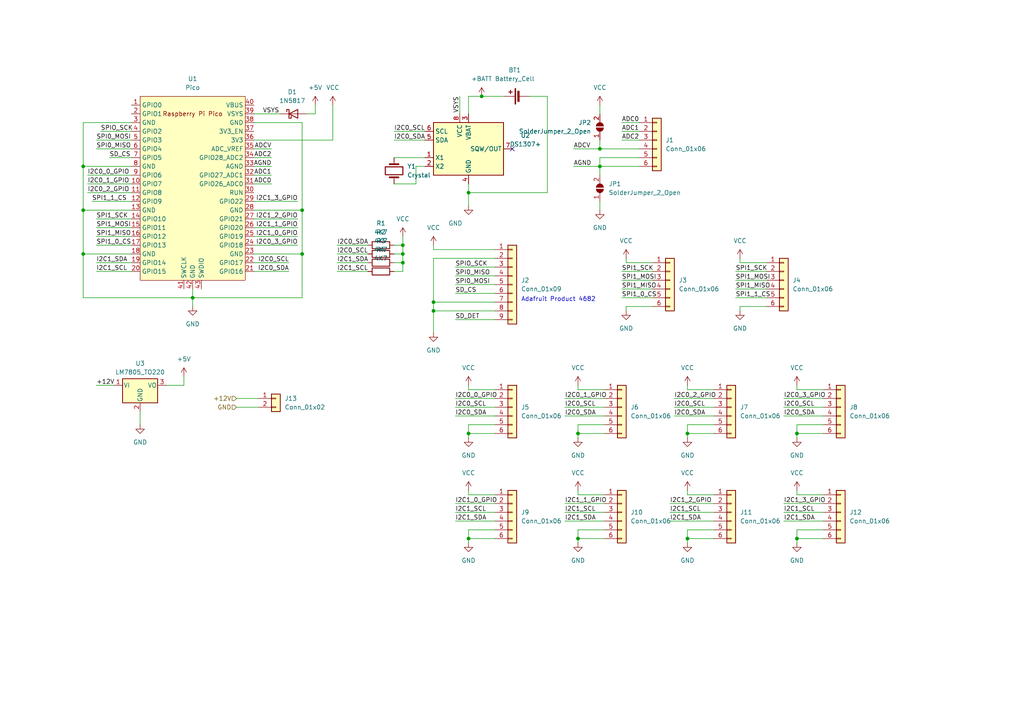
<source format=kicad_sch>
(kicad_sch (version 20230121) (generator eeschema)
  (paper "A4")
  (lib_symbols
    (symbol "Connector_Generic:Conn_01x02" (pin_names (offset 1.016) hide)
      (property "Reference" "J" (at 0 2.54 0))
      (property "Value" "Conn_01x02" (at 0 -5.08 0))
      (symbol "Conn_01x02_1_1"
        (rectangle (start -1.27 -2.413) (end 0 -2.667) (stroke (width 0.1524)))
        (rectangle (start -1.27 0.127) (end 0 -0.127) (stroke (width 0.1524)))
        (rectangle (start -1.27 1.27) (end 1.27 -3.81) (stroke (width 0.254)) (fill (type background)))
        (pin passive line (at -5.08 0 0) (length 3.81) (name "Pin_1") (number "1"))
        (pin passive line (at -5.08 -2.54 0) (length 3.81) (name "Pin_2") (number "2"))
      )
    )
    (symbol "Connector_Generic:Conn_01x06" (pin_names (offset 1.016) hide)
      (property "Reference" "J" (at 0 7.62 0))
      (property "Value" "Conn_01x06" (at 0 -10.16 0))
      (symbol "Conn_01x06_1_1"
        (rectangle (start -1.27 -7.493) (end 0 -7.747) (stroke (width 0.1524)))
        (rectangle (start -1.27 -4.953) (end 0 -5.207) (stroke (width 0.1524)))
        (rectangle (start -1.27 -2.413) (end 0 -2.667) (stroke (width 0.1524)))
        (rectangle (start -1.27 0.127) (end 0 -0.127) (stroke (width 0.1524)))
        (rectangle (start -1.27 2.667) (end 0 2.413) (stroke (width 0.1524)))
        (rectangle (start -1.27 5.207) (end 0 4.953) (stroke (width 0.1524)))
        (rectangle (start -1.27 6.35) (end 1.27 -8.89) (stroke (width 0.254)) (fill (type background)))
        (pin passive line (at -5.08 5.08 0) (length 3.81) (name "Pin_1") (number "1"))
        (pin passive line (at -5.08 2.54 0) (length 3.81) (name "Pin_2") (number "2"))
        (pin passive line (at -5.08 0 0) (length 3.81) (name "Pin_3") (number "3"))
        (pin passive line (at -5.08 -2.54 0) (length 3.81) (name "Pin_4") (number "4"))
        (pin passive line (at -5.08 -5.08 0) (length 3.81) (name "Pin_5") (number "5"))
        (pin passive line (at -5.08 -7.62 0) (length 3.81) (name "Pin_6") (number "6"))
      )
    )
    (symbol "Connector_Generic:Conn_01x09" (pin_names (offset 1.016) hide)
      (property "Reference" "J" (at 0 12.7 0))
      (property "Value" "Conn_01x09" (at 0 -12.7 0))
      (symbol "Conn_01x09_1_1"
        (rectangle (start -1.27 -10.033) (end 0 -10.287) (stroke (width 0.1524)))
        (rectangle (start -1.27 -7.493) (end 0 -7.747) (stroke (width 0.1524)))
        (rectangle (start -1.27 -4.953) (end 0 -5.207) (stroke (width 0.1524)))
        (rectangle (start -1.27 -2.413) (end 0 -2.667) (stroke (width 0.1524)))
        (rectangle (start -1.27 0.127) (end 0 -0.127) (stroke (width 0.1524)))
        (rectangle (start -1.27 2.667) (end 0 2.413) (stroke (width 0.1524)))
        (rectangle (start -1.27 5.207) (end 0 4.953) (stroke (width 0.1524)))
        (rectangle (start -1.27 7.747) (end 0 7.493) (stroke (width 0.1524)))
        (rectangle (start -1.27 10.287) (end 0 10.033) (stroke (width 0.1524)))
        (rectangle (start -1.27 11.43) (end 1.27 -11.43) (stroke (width 0.254)) (fill (type background)))
        (pin passive line (at -5.08 10.16 0) (length 3.81) (name "Pin_1") (number "1"))
        (pin passive line (at -5.08 7.62 0) (length 3.81) (name "Pin_2") (number "2"))
        (pin passive line (at -5.08 5.08 0) (length 3.81) (name "Pin_3") (number "3"))
        (pin passive line (at -5.08 2.54 0) (length 3.81) (name "Pin_4") (number "4"))
        (pin passive line (at -5.08 0 0) (length 3.81) (name "Pin_5") (number "5"))
        (pin passive line (at -5.08 -2.54 0) (length 3.81) (name "Pin_6") (number "6"))
        (pin passive line (at -5.08 -5.08 0) (length 3.81) (name "Pin_7") (number "7"))
        (pin passive line (at -5.08 -7.62 0) (length 3.81) (name "Pin_8") (number "8"))
        (pin passive line (at -5.08 -10.16 0) (length 3.81) (name "Pin_9") (number "9"))
      )
    )
    (symbol "Device:Battery_Cell" (pin_numbers hide) (pin_names (offset 0) hide)
      (property "Reference" "BT" (at 2.54 2.54 0))
      (property "Value" "Battery_Cell" (at 2.54 0 0))
      (symbol "Battery_Cell_0_1"
        (rectangle (start -2.286 1.778) (end 2.286 1.524) (fill (type outline)))
        (rectangle (start -1.524 1.016) (end 1.524 0.508) (fill (type outline)))
        (polyline (pts (xy 0 0.762) (xy 0 0)))
        (polyline (pts (xy 0 1.778) (xy 0 2.54)))
        (polyline (pts (xy 0.762 3.048) (xy 1.778 3.048)) (stroke (width 0.254)))
        (polyline (pts (xy 1.27 3.556) (xy 1.27 2.54)) (stroke (width 0.254)))
      )
      (symbol "Battery_Cell_1_1"
        (pin passive line (at 0 5.08 270) (length 2.54) (name "+") (number "1"))
        (pin passive line (at 0 -2.54 90) (length 2.54) (name "-") (number "2"))
      )
    )
    (symbol "Device:Crystal" (pin_numbers hide) (pin_names (offset 1.016) hide)
      (property "Reference" "Y" (at 0 3.81 0))
      (property "Value" "Crystal" (at 0 -3.81 0))
      (symbol "Crystal_0_1"
        (rectangle (start -1.143 2.54) (end 1.143 -2.54) (stroke (width 0.3048)))
        (polyline (pts (xy -2.54 0) (xy -1.905 0)))
        (polyline (pts (xy -1.905 -1.27) (xy -1.905 1.27)) (stroke (width 0.508)))
        (polyline (pts (xy 1.905 -1.27) (xy 1.905 1.27)) (stroke (width 0.508)))
        (polyline (pts (xy 2.54 0) (xy 1.905 0)))
      )
      (symbol "Crystal_1_1"
        (pin passive line (at -3.81 0 0) (length 1.27) (name "1") (number "1"))
        (pin passive line (at 3.81 0 180) (length 1.27) (name "2") (number "2"))
      )
    )
    (symbol "Device:D_Schottky" (pin_numbers hide) (pin_names (offset 1.016) hide)
      (property "Reference" "D" (at 0 2.54 0))
      (property "Value" "D_Schottky" (at 0 -2.54 0))
      (symbol "D_Schottky_0_1"
        (polyline (pts (xy 1.27 0) (xy -1.27 0)))
        (polyline (pts (xy 1.27 1.27) (xy 1.27 -1.27) (xy -1.27 0) (xy 1.27 1.27)) (stroke (width 0.254)))
        (polyline (pts (xy -1.905 0.635) (xy -1.905 1.27) (xy -1.27 1.27) (xy -1.27 -1.27) (xy -0.635 -1.27) (xy -0.635 -0.635)) (stroke (width 0.254)))
      )
      (symbol "D_Schottky_1_1"
        (pin passive line (at -3.81 0 0) (length 2.54) (name "K") (number "1"))
        (pin passive line (at 3.81 0 180) (length 2.54) (name "A") (number "2"))
      )
    )
    (symbol "Device:R" (pin_numbers hide) (pin_names (offset 0))
      (property "Reference" "R" (at 2.032 0 90))
      (property "Value" "R" (at 0 0 90))
      (symbol "R_0_1"
        (rectangle (start -1.016 -2.54) (end 1.016 2.54) (stroke (width 0.254)))
      )
      (symbol "R_1_1"
        (pin passive line (at 0 3.81 270) (length 1.27) (name "~") (number "1"))
        (pin passive line (at 0 -3.81 90) (length 1.27) (name "~") (number "2"))
      )
    )
    (symbol "Jumper:SolderJumper_2_Open" (pin_names (offset 0) hide)
      (property "Reference" "JP" (at 0 2.032 0))
      (property "Value" "SolderJumper_2_Open" (at 0 -2.54 0))
      (symbol "SolderJumper_2_Open_0_1"
        (arc (start -0.254 1.016) (mid -1.2656 0) (end -0.254 -1.016))
        (arc (start -0.254 1.016) (mid -1.2656 0) (end -0.254 -1.016) (fill (type outline)))
        (polyline (pts (xy -0.254 1.016) (xy -0.254 -1.016)))
        (polyline (pts (xy 0.254 1.016) (xy 0.254 -1.016)))
        (arc (start 0.254 -1.016) (mid 1.2656 0) (end 0.254 1.016))
        (arc (start 0.254 -1.016) (mid 1.2656 0) (end 0.254 1.016) (fill (type outline)))
      )
      (symbol "SolderJumper_2_Open_1_1"
        (pin passive line (at -3.81 0 0) (length 2.54) (name "A") (number "1"))
        (pin passive line (at 3.81 0 180) (length 2.54) (name "B") (number "2"))
      )
    )
    (symbol "MCU_RaspberryPi_and_Boards:Pico"
      (property "Reference" "U" (at -13.97 27.94 0))
      (property "Value" "Pico" (at 0 19.05 0))
      (symbol "Pico_0_0"
        (text "Raspberry Pi Pico" (at 0 21.59 0) (effects (font (size 1.27 1.27))))
      )
      (symbol "Pico_0_1"
        (rectangle (start -15.24 26.67) (end 15.24 -26.67) (fill (type background)))
      )
      (symbol "Pico_1_1"
        (pin bidirectional line (at -17.78 24.13 0) (length 2.54) (name "GPIO0") (number "1"))
        (pin bidirectional line (at -17.78 1.27 0) (length 2.54) (name "GPIO7") (number "10"))
        (pin bidirectional line (at -17.78 -1.27 0) (length 2.54) (name "GPIO8") (number "11"))
        (pin bidirectional line (at -17.78 -3.81 0) (length 2.54) (name "GPIO9") (number "12"))
        (pin power_in line (at -17.78 -6.35 0) (length 2.54) (name "GND") (number "13"))
        (pin bidirectional line (at -17.78 -8.89 0) (length 2.54) (name "GPIO10") (number "14"))
        (pin bidirectional line (at -17.78 -11.43 0) (length 2.54) (name "GPIO11") (number "15"))
        (pin bidirectional line (at -17.78 -13.97 0) (length 2.54) (name "GPIO12") (number "16"))
        (pin bidirectional line (at -17.78 -16.51 0) (length 2.54) (name "GPIO13") (number "17"))
        (pin power_in line (at -17.78 -19.05 0) (length 2.54) (name "GND") (number "18"))
        (pin bidirectional line (at -17.78 -21.59 0) (length 2.54) (name "GPIO14") (number "19"))
        (pin bidirectional line (at -17.78 21.59 0) (length 2.54) (name "GPIO1") (number "2"))
        (pin bidirectional line (at -17.78 -24.13 0) (length 2.54) (name "GPIO15") (number "20"))
        (pin bidirectional line (at 17.78 -24.13 180) (length 2.54) (name "GPIO16") (number "21"))
        (pin bidirectional line (at 17.78 -21.59 180) (length 2.54) (name "GPIO17") (number "22"))
        (pin power_in line (at 17.78 -19.05 180) (length 2.54) (name "GND") (number "23"))
        (pin bidirectional line (at 17.78 -16.51 180) (length 2.54) (name "GPIO18") (number "24"))
        (pin bidirectional line (at 17.78 -13.97 180) (length 2.54) (name "GPIO19") (number "25"))
        (pin bidirectional line (at 17.78 -11.43 180) (length 2.54) (name "GPIO20") (number "26"))
        (pin bidirectional line (at 17.78 -8.89 180) (length 2.54) (name "GPIO21") (number "27"))
        (pin power_in line (at 17.78 -6.35 180) (length 2.54) (name "GND") (number "28"))
        (pin bidirectional line (at 17.78 -3.81 180) (length 2.54) (name "GPIO22") (number "29"))
        (pin power_in line (at -17.78 19.05 0) (length 2.54) (name "GND") (number "3"))
        (pin input line (at 17.78 -1.27 180) (length 2.54) (name "RUN") (number "30"))
        (pin bidirectional line (at 17.78 1.27 180) (length 2.54) (name "GPIO26_ADC0") (number "31"))
        (pin bidirectional line (at 17.78 3.81 180) (length 2.54) (name "GPIO27_ADC1") (number "32"))
        (pin power_in line (at 17.78 6.35 180) (length 2.54) (name "AGND") (number "33"))
        (pin bidirectional line (at 17.78 8.89 180) (length 2.54) (name "GPIO28_ADC2") (number "34"))
        (pin power_in line (at 17.78 11.43 180) (length 2.54) (name "ADC_VREF") (number "35"))
        (pin power_in line (at 17.78 13.97 180) (length 2.54) (name "3V3") (number "36"))
        (pin input line (at 17.78 16.51 180) (length 2.54) (name "3V3_EN") (number "37"))
        (pin bidirectional line (at 17.78 19.05 180) (length 2.54) (name "GND") (number "38"))
        (pin power_in line (at 17.78 21.59 180) (length 2.54) (name "VSYS") (number "39"))
        (pin bidirectional line (at -17.78 16.51 0) (length 2.54) (name "GPIO2") (number "4"))
        (pin power_in line (at 17.78 24.13 180) (length 2.54) (name "VBUS") (number "40"))
        (pin input line (at -2.54 -29.21 90) (length 2.54) (name "SWCLK") (number "41"))
        (pin power_in line (at 0 -29.21 90) (length 2.54) (name "GND") (number "42"))
        (pin bidirectional line (at 2.54 -29.21 90) (length 2.54) (name "SWDIO") (number "43"))
        (pin bidirectional line (at -17.78 13.97 0) (length 2.54) (name "GPIO3") (number "5"))
        (pin bidirectional line (at -17.78 11.43 0) (length 2.54) (name "GPIO4") (number "6"))
        (pin bidirectional line (at -17.78 8.89 0) (length 2.54) (name "GPIO5") (number "7"))
        (pin power_in line (at -17.78 6.35 0) (length 2.54) (name "GND") (number "8"))
        (pin bidirectional line (at -17.78 3.81 0) (length 2.54) (name "GPIO6") (number "9"))
      )
    )
    (symbol "Regulator_Linear:LM7805_TO220" (pin_names (offset 0.254))
      (property "Reference" "U" (at -3.81 3.175 0))
      (property "Value" "LM7805_TO220" (at 0 3.175 0))
      (symbol "LM7805_TO220_0_1"
        (rectangle (start -5.08 1.905) (end 5.08 -5.08) (stroke (width 0.254)) (fill (type background)))
      )
      (symbol "LM7805_TO220_1_1"
        (pin power_in line (at -7.62 0 0) (length 2.54) (name "VI") (number "1"))
        (pin power_in line (at 0 -7.62 90) (length 2.54) (name "GND") (number "2"))
        (pin power_out line (at 7.62 0 180) (length 2.54) (name "VO") (number "3"))
      )
    )
    (symbol "Timer_RTC:DS1307+"
      (property "Reference" "U" (at -8.89 8.89 0))
      (property "Value" "DS1307+" (at 1.27 8.89 0))
      (symbol "DS1307+_0_1"
        (rectangle (start -10.16 7.62) (end 10.16 -7.62) (stroke (width 0.254)) (fill (type background)))
      )
      (symbol "DS1307+_1_1"
        (pin input line (at -12.7 -2.54 0) (length 2.54) (name "X1") (number "1"))
        (pin input line (at -12.7 -5.08 0) (length 2.54) (name "X2") (number "2"))
        (pin power_in line (at 0 10.16 270) (length 2.54) (name "VBAT") (number "3"))
        (pin power_in line (at 0 -10.16 90) (length 2.54) (name "GND") (number "4"))
        (pin bidirectional line (at -12.7 2.54 0) (length 2.54) (name "SDA") (number "5"))
        (pin input line (at -12.7 5.08 0) (length 2.54) (name "SCL") (number "6"))
        (pin open_collector line (at 12.7 0 180) (length 2.54) (name "SQW/OUT") (number "7"))
        (pin power_in line (at -2.54 10.16 270) (length 2.54) (name "VCC") (number "8"))
      )
    )
    (symbol "power:+5V" (power) (pin_names (offset 0))
      (property "Value" "+5V" (at 0 3.556 0))
      (symbol "+5V_0_1"
        (polyline (pts (xy -0.762 1.27) (xy 0 2.54)))
        (polyline (pts (xy 0 0) (xy 0 2.54)))
        (polyline (pts (xy 0 2.54) (xy 0.762 1.27)))
      )
      (symbol "+5V_1_1"
        (pin power_in line (at 0 0 90) (length 0) hide (name "+5V") (number "1"))
      )
    )
    (symbol "power:+BATT" (power) (pin_names (offset 0))
      (property "Value" "+BATT" (at 0 3.556 0))
      (symbol "+BATT_0_1"
        (polyline (pts (xy -0.762 1.27) (xy 0 2.54)))
        (polyline (pts (xy 0 0) (xy 0 2.54)))
        (polyline (pts (xy 0 2.54) (xy 0.762 1.27)))
      )
      (symbol "+BATT_1_1"
        (pin power_in line (at 0 0 90) (length 0) hide (name "+BATT") (number "1"))
      )
    )
    (symbol "power:GND" (power) (pin_names (offset 0))
      (property "Value" "GND" (at 0 -3.81 0))
      (symbol "GND_0_1"
        (polyline (pts (xy 0 0) (xy 0 -1.27) (xy 1.27 -1.27) (xy 0 -2.54) (xy -1.27 -1.27) (xy 0 -1.27)))
      )
      (symbol "GND_1_1"
        (pin power_in line (at 0 0 270) (length 0) hide (name "GND") (number "1"))
      )
    )
    (symbol "power:VCC" (power) (pin_names (offset 0))
      (property "Value" "VCC" (at 0 3.81 0))
      (symbol "VCC_0_1"
        (polyline (pts (xy -0.762 1.27) (xy 0 2.54)))
        (polyline (pts (xy 0 0) (xy 0 2.54)))
        (polyline (pts (xy 0 2.54) (xy 0.762 1.27)))
      )
      (symbol "VCC_1_1"
        (pin power_in line (at 0 0 90) (length 0) hide (name "VCC") (number "1"))
      )
    )
  )
  (junction (at 199.39 125.73))
  (junction (at 24.13 73.66))
  (junction (at 116.84 76.2))
  (junction (at 173.99 43.18))
  (junction (at 116.84 71.12))
  (junction (at 116.84 73.66))
  (junction (at 231.14 156.21))
  (junction (at 55.88 86.36))
  (junction (at 167.64 156.21))
  (junction (at 125.73 87.63))
  (junction (at 231.14 125.73))
  (junction (at 87.63 73.66))
  (junction (at 135.89 125.73))
  (junction (at 135.89 156.21))
  (junction (at 24.13 60.96))
  (junction (at 125.73 90.17))
  (junction (at 167.64 125.73))
  (junction (at 139.7 27.94))
  (junction (at 87.63 60.96))
  (junction (at 24.13 48.26))
  (junction (at 199.39 156.21))
  (junction (at 135.89 55.88))
  (junction (at 173.99 48.26))
  (no_connect (at 148.59 43.18))
  (wire (pts (xy 125.73 74.93) (xy 143.51 74.93)))
  (wire (pts (xy 27.94 68.58) (xy 38.1 68.58)))
  (wire (pts (xy 27.94 40.64) (xy 38.1 40.64)))
  (wire (pts (xy 135.89 55.88) (xy 135.89 59.69)))
  (wire (pts (xy 125.73 96.52) (xy 125.73 90.17)))
  (wire (pts (xy 24.13 35.56) (xy 38.1 35.56)))
  (wire (pts (xy 125.73 71.12) (xy 125.73 72.39)))
  (wire (pts (xy 180.34 83.82) (xy 189.23 83.82)))
  (wire (pts (xy 120.65 48.26) (xy 120.65 53.34)))
  (wire (pts (xy 116.84 73.66) (xy 116.84 76.2)))
  (wire (pts (xy 114.3 40.64) (xy 123.19 40.64)))
  (wire (pts (xy 195.58 120.65) (xy 207.01 120.65)))
  (wire (pts (xy 167.64 123.19) (xy 167.64 125.73)))
  (wire (pts (xy 135.89 113.03) (xy 135.89 111.76)))
  (wire (pts (xy 135.89 53.34) (xy 135.89 55.88)))
  (wire (pts (xy 195.58 118.11) (xy 207.01 118.11)))
  (wire (pts (xy 227.33 151.13) (xy 238.76 151.13)))
  (wire (pts (xy 87.63 73.66) (xy 87.63 86.36)))
  (wire (pts (xy 181.61 88.9) (xy 181.61 90.17)))
  (wire (pts (xy 185.42 45.72) (xy 173.99 45.72)))
  (wire (pts (xy 27.94 43.18) (xy 38.1 43.18)))
  (wire (pts (xy 135.89 33.02) (xy 135.89 27.94)))
  (wire (pts (xy 167.64 153.67) (xy 167.64 156.21)))
  (wire (pts (xy 73.66 73.66) (xy 87.63 73.66)))
  (wire (pts (xy 53.34 109.22) (xy 53.34 111.76)))
  (wire (pts (xy 231.14 153.67) (xy 231.14 156.21)))
  (wire (pts (xy 167.64 125.73) (xy 167.64 127)))
  (wire (pts (xy 173.99 58.42) (xy 173.99 60.96)))
  (wire (pts (xy 73.66 45.72) (xy 78.74 45.72)))
  (wire (pts (xy 153.67 27.94) (xy 158.75 27.94)))
  (wire (pts (xy 53.34 111.76) (xy 48.26 111.76)))
  (wire (pts (xy 73.66 66.04) (xy 86.36 66.04)))
  (wire (pts (xy 68.58 118.11) (xy 74.93 118.11)))
  (wire (pts (xy 135.89 143.51) (xy 135.89 142.24)))
  (wire (pts (xy 175.26 143.51) (xy 167.64 143.51)))
  (wire (pts (xy 125.73 90.17) (xy 125.73 87.63)))
  (wire (pts (xy 135.89 123.19) (xy 135.89 125.73)))
  (wire (pts (xy 166.37 48.26) (xy 173.99 48.26)))
  (wire (pts (xy 163.83 151.13) (xy 175.26 151.13)))
  (wire (pts (xy 125.73 90.17) (xy 143.51 90.17)))
  (wire (pts (xy 213.36 86.36) (xy 222.25 86.36)))
  (wire (pts (xy 116.84 78.74) (xy 114.3 78.74)))
  (wire (pts (xy 132.08 92.71) (xy 143.51 92.71)))
  (wire (pts (xy 199.39 156.21) (xy 199.39 157.48)))
  (wire (pts (xy 31.75 45.72) (xy 38.1 45.72)))
  (wire (pts (xy 27.94 78.74) (xy 38.1 78.74)))
  (wire (pts (xy 97.79 78.74) (xy 106.68 78.74)))
  (wire (pts (xy 29.21 38.1) (xy 38.1 38.1)))
  (wire (pts (xy 125.73 74.93) (xy 125.73 87.63)))
  (wire (pts (xy 97.79 76.2) (xy 106.68 76.2)))
  (wire (pts (xy 222.25 88.9) (xy 214.63 88.9)))
  (wire (pts (xy 194.31 151.13) (xy 207.01 151.13)))
  (wire (pts (xy 231.14 156.21) (xy 231.14 157.48)))
  (wire (pts (xy 97.79 71.12) (xy 106.68 71.12)))
  (wire (pts (xy 143.51 143.51) (xy 135.89 143.51)))
  (wire (pts (xy 87.63 60.96) (xy 87.63 73.66)))
  (wire (pts (xy 189.23 88.9) (xy 181.61 88.9)))
  (wire (pts (xy 73.66 63.5) (xy 86.36 63.5)))
  (wire (pts (xy 180.34 78.74) (xy 189.23 78.74)))
  (wire (pts (xy 132.08 80.01) (xy 143.51 80.01)))
  (wire (pts (xy 231.14 153.67) (xy 238.76 153.67)))
  (wire (pts (xy 214.63 88.9) (xy 214.63 90.17)))
  (wire (pts (xy 194.31 148.59) (xy 207.01 148.59)))
  (wire (pts (xy 26.67 58.42) (xy 38.1 58.42)))
  (wire (pts (xy 25.4 50.8) (xy 38.1 50.8)))
  (wire (pts (xy 123.19 48.26) (xy 120.65 48.26)))
  (wire (pts (xy 73.66 68.58) (xy 86.36 68.58)))
  (wire (pts (xy 73.66 60.96) (xy 87.63 60.96)))
  (wire (pts (xy 158.75 55.88) (xy 135.89 55.88)))
  (wire (pts (xy 132.08 151.13) (xy 143.51 151.13)))
  (wire (pts (xy 173.99 40.64) (xy 173.99 43.18)))
  (wire (pts (xy 143.51 125.73) (xy 135.89 125.73)))
  (wire (pts (xy 227.33 146.05) (xy 238.76 146.05)))
  (wire (pts (xy 163.83 148.59) (xy 175.26 148.59)))
  (wire (pts (xy 199.39 123.19) (xy 199.39 125.73)))
  (wire (pts (xy 180.34 38.1) (xy 185.42 38.1)))
  (wire (pts (xy 158.75 27.94) (xy 158.75 55.88)))
  (wire (pts (xy 133.35 27.94) (xy 133.35 33.02)))
  (wire (pts (xy 199.39 143.51) (xy 199.39 142.24)))
  (wire (pts (xy 27.94 66.04) (xy 38.1 66.04)))
  (wire (pts (xy 231.14 143.51) (xy 238.76 143.51)))
  (wire (pts (xy 135.89 125.73) (xy 135.89 127)))
  (wire (pts (xy 91.44 30.48) (xy 91.44 33.02)))
  (wire (pts (xy 227.33 120.65) (xy 238.76 120.65)))
  (wire (pts (xy 173.99 43.18) (xy 185.42 43.18)))
  (wire (pts (xy 55.88 86.36) (xy 55.88 88.9)))
  (wire (pts (xy 97.79 73.66) (xy 106.68 73.66)))
  (wire (pts (xy 213.36 81.28) (xy 222.25 81.28)))
  (wire (pts (xy 27.94 76.2) (xy 38.1 76.2)))
  (wire (pts (xy 213.36 78.74) (xy 222.25 78.74)))
  (wire (pts (xy 207.01 156.21) (xy 199.39 156.21)))
  (wire (pts (xy 132.08 82.55) (xy 143.51 82.55)))
  (wire (pts (xy 135.89 156.21) (xy 135.89 157.48)))
  (wire (pts (xy 24.13 60.96) (xy 38.1 60.96)))
  (wire (pts (xy 73.66 33.02) (xy 81.28 33.02)))
  (wire (pts (xy 207.01 143.51) (xy 199.39 143.51)))
  (wire (pts (xy 73.66 48.26) (xy 78.74 48.26)))
  (wire (pts (xy 135.89 153.67) (xy 143.51 153.67)))
  (wire (pts (xy 180.34 81.28) (xy 189.23 81.28)))
  (wire (pts (xy 175.26 156.21) (xy 167.64 156.21)))
  (wire (pts (xy 114.3 45.72) (xy 123.19 45.72)))
  (wire (pts (xy 173.99 48.26) (xy 185.42 48.26)))
  (wire (pts (xy 55.88 83.82) (xy 55.88 86.36)))
  (wire (pts (xy 55.88 86.36) (xy 87.63 86.36)))
  (wire (pts (xy 120.65 53.34) (xy 114.3 53.34)))
  (wire (pts (xy 132.08 77.47) (xy 143.51 77.47)))
  (wire (pts (xy 116.84 68.58) (xy 116.84 71.12)))
  (wire (pts (xy 227.33 115.57) (xy 238.76 115.57)))
  (wire (pts (xy 40.64 119.38) (xy 40.64 123.19)))
  (wire (pts (xy 139.7 27.94) (xy 146.05 27.94)))
  (wire (pts (xy 73.66 76.2) (xy 83.82 76.2)))
  (wire (pts (xy 143.51 113.03) (xy 135.89 113.03)))
  (wire (pts (xy 24.13 73.66) (xy 38.1 73.66)))
  (wire (pts (xy 125.73 72.39) (xy 143.51 72.39)))
  (wire (pts (xy 73.66 78.74) (xy 83.82 78.74)))
  (wire (pts (xy 25.4 53.34) (xy 38.1 53.34)))
  (wire (pts (xy 87.63 35.56) (xy 87.63 60.96)))
  (wire (pts (xy 199.39 153.67) (xy 199.39 156.21)))
  (wire (pts (xy 238.76 113.03) (xy 231.14 113.03)))
  (wire (pts (xy 231.14 123.19) (xy 231.14 125.73)))
  (wire (pts (xy 73.66 43.18) (xy 78.74 43.18)))
  (wire (pts (xy 173.99 50.8) (xy 173.99 48.26)))
  (wire (pts (xy 195.58 115.57) (xy 207.01 115.57)))
  (wire (pts (xy 180.34 35.56) (xy 185.42 35.56)))
  (wire (pts (xy 207.01 113.03) (xy 199.39 113.03)))
  (wire (pts (xy 166.37 43.18) (xy 173.99 43.18)))
  (wire (pts (xy 199.39 125.73) (xy 199.39 127)))
  (wire (pts (xy 73.66 53.34) (xy 78.74 53.34)))
  (wire (pts (xy 167.64 113.03) (xy 167.64 111.76)))
  (wire (pts (xy 24.13 48.26) (xy 24.13 60.96)))
  (wire (pts (xy 167.64 143.51) (xy 167.64 142.24)))
  (wire (pts (xy 73.66 71.12) (xy 86.36 71.12)))
  (wire (pts (xy 173.99 45.72) (xy 173.99 48.26)))
  (wire (pts (xy 24.13 35.56) (xy 24.13 48.26)))
  (wire (pts (xy 116.84 71.12) (xy 114.3 71.12)))
  (wire (pts (xy 175.26 123.19) (xy 167.64 123.19)))
  (wire (pts (xy 181.61 76.2) (xy 181.61 74.93)))
  (wire (pts (xy 180.34 86.36) (xy 189.23 86.36)))
  (wire (pts (xy 231.14 143.51) (xy 231.14 142.24)))
  (wire (pts (xy 175.26 113.03) (xy 167.64 113.03)))
  (wire (pts (xy 173.99 30.48) (xy 173.99 33.02)))
  (wire (pts (xy 199.39 153.67) (xy 207.01 153.67)))
  (wire (pts (xy 132.08 85.09) (xy 143.51 85.09)))
  (wire (pts (xy 238.76 123.19) (xy 231.14 123.19)))
  (wire (pts (xy 88.9 33.02) (xy 91.44 33.02)))
  (wire (pts (xy 163.83 146.05) (xy 175.26 146.05)))
  (wire (pts (xy 227.33 118.11) (xy 238.76 118.11)))
  (wire (pts (xy 116.84 71.12) (xy 116.84 73.66)))
  (wire (pts (xy 213.36 83.82) (xy 222.25 83.82)))
  (wire (pts (xy 163.83 115.57) (xy 175.26 115.57)))
  (wire (pts (xy 231.14 113.03) (xy 231.14 111.76)))
  (wire (pts (xy 167.64 153.67) (xy 175.26 153.67)))
  (wire (pts (xy 24.13 48.26) (xy 38.1 48.26)))
  (wire (pts (xy 116.84 76.2) (xy 114.3 76.2)))
  (wire (pts (xy 222.25 76.2) (xy 214.63 76.2)))
  (wire (pts (xy 227.33 148.59) (xy 238.76 148.59)))
  (wire (pts (xy 73.66 58.42) (xy 86.36 58.42)))
  (wire (pts (xy 207.01 125.73) (xy 199.39 125.73)))
  (wire (pts (xy 132.08 115.57) (xy 143.51 115.57)))
  (wire (pts (xy 24.13 73.66) (xy 24.13 86.36)))
  (wire (pts (xy 132.08 148.59) (xy 143.51 148.59)))
  (wire (pts (xy 199.39 113.03) (xy 199.39 111.76)))
  (wire (pts (xy 163.83 120.65) (xy 175.26 120.65)))
  (wire (pts (xy 132.08 118.11) (xy 143.51 118.11)))
  (wire (pts (xy 163.83 118.11) (xy 175.26 118.11)))
  (wire (pts (xy 96.52 30.48) (xy 96.52 40.64)))
  (wire (pts (xy 33.02 111.76) (xy 27.94 111.76)))
  (wire (pts (xy 116.84 76.2) (xy 116.84 78.74)))
  (wire (pts (xy 24.13 86.36) (xy 55.88 86.36)))
  (wire (pts (xy 135.89 153.67) (xy 135.89 156.21)))
  (wire (pts (xy 114.3 38.1) (xy 123.19 38.1)))
  (wire (pts (xy 231.14 125.73) (xy 231.14 127)))
  (wire (pts (xy 73.66 50.8) (xy 78.74 50.8)))
  (wire (pts (xy 132.08 120.65) (xy 143.51 120.65)))
  (wire (pts (xy 27.94 71.12) (xy 38.1 71.12)))
  (wire (pts (xy 116.84 73.66) (xy 114.3 73.66)))
  (wire (pts (xy 238.76 125.73) (xy 231.14 125.73)))
  (wire (pts (xy 214.63 76.2) (xy 214.63 74.93)))
  (wire (pts (xy 68.58 115.57) (xy 74.93 115.57)))
  (wire (pts (xy 180.34 40.64) (xy 185.42 40.64)))
  (wire (pts (xy 24.13 60.96) (xy 24.13 73.66)))
  (wire (pts (xy 73.66 35.56) (xy 87.63 35.56)))
  (wire (pts (xy 135.89 27.94) (xy 139.7 27.94)))
  (wire (pts (xy 25.4 55.88) (xy 38.1 55.88)))
  (wire (pts (xy 143.51 156.21) (xy 135.89 156.21)))
  (wire (pts (xy 125.73 87.63) (xy 143.51 87.63)))
  (wire (pts (xy 167.64 156.21) (xy 167.64 157.48)))
  (wire (pts (xy 96.52 40.64) (xy 73.66 40.64)))
  (wire (pts (xy 132.08 146.05) (xy 143.51 146.05)))
  (wire (pts (xy 175.26 125.73) (xy 167.64 125.73)))
  (wire (pts (xy 207.01 123.19) (xy 199.39 123.19)))
  (wire (pts (xy 189.23 76.2) (xy 181.61 76.2)))
  (wire (pts (xy 27.94 63.5) (xy 38.1 63.5)))
  (wire (pts (xy 194.31 146.05) (xy 207.01 146.05)))
  (wire (pts (xy 238.76 156.21) (xy 231.14 156.21)))
  (wire (pts (xy 143.51 123.19) (xy 135.89 123.19)))
  (text "Adafruit Product 4682" (at 151.13 87.63 0) (effects (font (size 1.27 1.27)) (justify left bottom)))
  (label "SPIO_SCK" (at 29.21 38.1 0))
  (label "SPI1_SCK" (at 27.94 63.5 0))
  (label "I2C0_0_GPIO" (at 132.08 115.57 0))
  (label "SPI0_MISO" (at 27.94 43.18 0))
  (label "SD_DET" (at 132.08 92.71 0))
  (label "ADC1" (at 78.74 50.8 180))
  (label "I2C0_SCL" (at 132.08 118.11 0))
  (label "I2C0_1_GPIO" (at 25.4 53.34 0))
  (label "SPI1_MOSI" (at 180.34 81.28 0))
  (label "I2C0_SDA" (at 227.33 120.65 0))
  (label "SPI1_SCK" (at 213.36 78.74 0))
  (label "I2C1_3_GPIO" (at 86.36 58.42 180))
  (label "I2C0_SDA" (at 163.83 120.65 0))
  (label "ADC1" (at 180.34 38.1 0))
  (label "I2C1_SDA" (at 132.08 151.13 0))
  (label "I2C1_2_GPIO" (at 86.36 63.5 180))
  (label "I2C0_0_GPIO" (at 25.4 50.8 0))
  (label "I2C1_SCL" (at 227.33 148.59 0))
  (label "SPIO_SCK" (at 132.08 77.47 0))
  (label "I2C1_0_GPIO" (at 86.36 68.58 180))
  (label "VSYS" (at 76.2 33.02 0))
  (label "ADCV" (at 166.37 43.18 0))
  (label "I2C0_1_GPIO" (at 163.83 115.57 0))
  (label "VSYS" (at 133.35 27.94 270))
  (label "I2C1_SDA" (at 97.79 76.2 0))
  (label "ADCV" (at 78.74 43.18 180))
  (label "SPI1_MISO" (at 27.94 68.58 0))
  (label "I2C1_2_GPIO" (at 194.31 146.05 0))
  (label "I2C1_3_GPIO" (at 227.33 146.05 0))
  (label "I2C0_2_GPIO" (at 195.58 115.57 0))
  (label "I2C1_SCL" (at 194.31 148.59 0))
  (label "I2C0_SCL" (at 195.58 118.11 0))
  (label "SPI1_MOSI" (at 213.36 81.28 0))
  (label "I2C1_0_GPIO" (at 132.08 146.05 0))
  (label "I2C0_SCL" (at 83.82 76.2 180))
  (label "I2C1_SDA" (at 227.33 151.13 0))
  (label "SPI1_1_CS" (at 26.67 58.42 0))
  (label "ADC0" (at 180.34 35.56 0))
  (label "SPI1_MISO" (at 213.36 83.82 0))
  (label "SPI1_MISO" (at 180.34 83.82 0))
  (label "I2C0_SCL" (at 114.3 38.1 0))
  (label "I2C0_SCL" (at 163.83 118.11 0))
  (label "I2C0_SDA" (at 132.08 120.65 0))
  (label "SPI0_MOSI" (at 132.08 82.55 0))
  (label "AGND" (at 78.74 48.26 180))
  (label "SD_CS" (at 132.08 85.09 0))
  (label "+12V" (at 27.94 111.76 0))
  (label "I2C1_SDA" (at 27.94 76.2 0))
  (label "I2C1_SCL" (at 132.08 148.59 0))
  (label "SD_CS" (at 31.75 45.72 0))
  (label "I2C1_1_GPIO" (at 86.36 66.04 180))
  (label "AGND" (at 166.37 48.26 0))
  (label "SPI1_0_CS" (at 27.94 71.12 0))
  (label "I2C0_3_GPIO" (at 86.36 71.12 180))
  (label "I2C0_2_GPIO" (at 25.4 55.88 0))
  (label "I2C1_SCL" (at 97.79 78.74 0))
  (label "I2C1_1_GPIO" (at 163.83 146.05 0))
  (label "SPI1_MOSI" (at 27.94 66.04 0))
  (label "SPI1_1_CS" (at 213.36 86.36 0))
  (label "I2C1_SDA" (at 194.31 151.13 0))
  (label "ADC2" (at 78.74 45.72 180))
  (label "I2C0_SDA" (at 114.3 40.64 0))
  (label "I2C1_SCL" (at 27.94 78.74 0))
  (label "I2C0_3_GPIO" (at 227.33 115.57 0))
  (label "I2C1_SCL" (at 163.83 148.59 0))
  (label "I2C1_SDA" (at 163.83 151.13 0))
  (label "SPI1_SCK" (at 180.34 78.74 0))
  (label "I2C0_SCL" (at 97.79 73.66 0))
  (label "I2C0_SDA" (at 97.79 71.12 0))
  (label "I2C0_SDA" (at 83.82 78.74 180))
  (label "ADC0" (at 78.74 53.34 180))
  (label "SPI1_0_CS" (at 180.34 86.36 0))
  (label "I2C0_SCL" (at 227.33 118.11 0))
  (label "SPI0_MISO" (at 132.08 80.01 0))
  (label "I2C0_SDA" (at 195.58 120.65 0))
  (label "SPI0_MOSI" (at 27.94 40.64 0))
  (label "ADC2" (at 180.34 40.64 0))
  (hierarchical_label "+12V" (shape input) (at 68.58 115.57 180))
  (hierarchical_label "GND" (shape input) (at 68.58 118.11 180))
  (symbol (lib_id "Connector_Generic:Conn_01x06") (at 180.34 118.11 0) (unit 1)
    (property "Reference" "J6" (at 182.88 118.11 0) (effects (justify left)))
    (property "Value" "Conn_01x06" (at 182.88 120.65 0) (effects (justify left)))
    (property "Footprint" "TelemetryBoard:JST_XA_B06B-XASK-1_1x06_P2.50mm_Vertical" (effects hide))
  )
  (symbol (lib_id "power:GND") (at 173.99 60.96 0) (unit 1)
    (property "Reference" "#PWR04" (effects hide))
    (property "Value" "GND" (at 173.99 66.04 0))
  )
  (symbol (lib_id "power:GND") (at 167.64 157.48 0) (unit 1)
    (property "Reference" "#PWR025" (effects hide))
    (property "Value" "GND" (at 167.64 162.56 0))
  )
  (symbol (lib_id "Connector_Generic:Conn_01x06") (at 212.09 118.11 0) (unit 1)
    (property "Reference" "J7" (at 214.63 118.11 0) (effects (justify left)))
    (property "Value" "Conn_01x06" (at 214.63 120.65 0) (effects (justify left)))
    (property "Footprint" "TelemetryBoard:JST_XA_B06B-XASK-1_1x06_P2.50mm_Vertical" (effects hide))
  )
  (symbol (lib_id "power:VCC") (at 199.39 142.24 0) (unit 1)
    (property "Reference" "#PWR022" (effects hide))
    (property "Value" "VCC" (at 199.39 137.16 0))
  )
  (symbol (lib_id "power:VCC") (at 135.89 111.76 0) (unit 1)
    (property "Reference" "#PWR012" (effects hide))
    (property "Value" "VCC" (at 135.89 106.68 0))
  )
  (symbol (lib_id "power:GND") (at 40.64 123.19 0) (unit 1)
    (property "Reference" "#PWR032" (effects hide))
    (property "Value" "GND" (at 40.64 128.27 0))
  )
  (symbol (lib_id "power:GND") (at 231.14 127 0) (unit 1)
    (property "Reference" "#PWR019" (effects hide))
    (property "Value" "GND" (at 231.14 132.08 0))
  )
  (symbol (lib_id "Connector_Generic:Conn_01x06") (at 148.59 118.11 0) (unit 1)
    (property "Reference" "J5" (at 151.13 118.11 0) (effects (justify left)))
    (property "Value" "Conn_01x06" (at 151.13 120.65 0) (effects (justify left)))
    (property "Footprint" "TelemetryBoard:JST_XA_B06B-XASK-1_1x06_P2.50mm_Vertical" (effects hide))
  )
  (symbol (lib_id "Connector_Generic:Conn_01x06") (at 227.33 81.28 0) (unit 1)
    (property "Reference" "J4" (at 229.87 81.28 0) (effects (justify left)))
    (property "Value" "Conn_01x06" (at 229.87 83.82 0) (effects (justify left)))
    (property "Footprint" "TelemetryBoard:JST_XA_B06B-XASK-1_1x06_P2.50mm_Vertical" (effects hide))
  )
  (symbol (lib_id "power:GND") (at 199.39 127 0) (unit 1)
    (property "Reference" "#PWR018" (effects hide))
    (property "Value" "GND" (at 199.39 132.08 0))
  )
  (symbol (lib_id "power:GND") (at 135.89 59.69 0) (unit 1)
    (property "Reference" "#PWR01" (effects hide))
    (property "Value" "GND" (at 132.08 64.77 0))
  )
  (symbol (lib_id "power:GND") (at 214.63 90.17 0) (unit 1)
    (property "Reference" "#PWR011" (effects hide))
    (property "Value" "GND" (at 214.63 95.25 0))
  )
  (symbol (lib_id "power:VCC") (at 214.63 74.93 0) (unit 1)
    (property "Reference" "#PWR010" (effects hide))
    (property "Value" "VCC" (at 214.63 69.85 0))
  )
  (symbol (lib_id "Connector_Generic:Conn_01x09") (at 148.59 82.55 0) (unit 1)
    (property "Reference" "J2" (at 151.13 81.28 0) (effects (justify left)))
    (property "Value" "Conn_01x09" (at 151.13 83.82 0) (effects (justify left)))
    (property "Footprint" "TelemetryBoard:Adafruit_MicroSD_Breakout_4682" (effects hide))
    (property "Datasheet" "https://www.adafruit.com/product/4682" (effects hide))
  )
  (symbol (lib_id "Device:Crystal") (at 114.3 49.53 270) (unit 1)
    (property "Reference" "Y1" (at 118.11 48.26 90) (effects (justify left)))
    (property "Value" "Crystal" (at 118.11 50.8 90) (effects (justify left)))
    (property "Footprint" "Crystal:Crystal_Round_D1.0mm_Vertical" (effects hide))
  )
  (symbol (lib_id "power:GND") (at 135.89 127 0) (unit 1)
    (property "Reference" "#PWR013" (effects hide))
    (property "Value" "GND" (at 135.89 132.08 0))
  )
  (symbol (lib_id "Connector_Generic:Conn_01x06") (at 243.84 118.11 0) (unit 1)
    (property "Reference" "J8" (at 246.38 118.11 0) (effects (justify left)))
    (property "Value" "Conn_01x06" (at 246.38 120.65 0) (effects (justify left)))
    (property "Footprint" "TelemetryBoard:JST_XA_B06B-XASK-1_1x06_P2.50mm_Vertical" (effects hide))
  )
  (symbol (lib_id "Timer_RTC:DS1307+") (at 135.89 43.18 0) (unit 1)
    (property "Reference" "U2" (at 152.4 39.2939 0))
    (property "Value" "DS1307+" (at 152.4 41.8339 0))
    (property "Footprint" "Package_DIP:DIP-8_W7.62mm" (effects hide))
    (property "Datasheet" "https://datasheets.maximintegrated.com/en/ds/DS1307.pdf" (effects hide))
  )
  (symbol (lib_id "Connector_Generic:Conn_01x06") (at 148.59 148.59 0) (unit 1)
    (property "Reference" "J9" (at 151.13 148.59 0) (effects (justify left)))
    (property "Value" "Conn_01x06" (at 151.13 151.13 0) (effects (justify left)))
    (property "Footprint" "TelemetryBoard:JST_XA_B06B-XASK-1_1x06_P2.50mm_Vertical" (effects hide))
  )
  (symbol (lib_id "power:VCC") (at 231.14 142.24 0) (unit 1)
    (property "Reference" "#PWR023" (effects hide))
    (property "Value" "VCC" (at 231.14 137.16 0))
  )
  (symbol (lib_id "Connector_Generic:Conn_01x06") (at 180.34 148.59 0) (unit 1)
    (property "Reference" "J10" (at 182.88 148.59 0) (effects (justify left)))
    (property "Value" "Conn_01x06" (at 182.88 151.13 0) (effects (justify left)))
    (property "Footprint" "TelemetryBoard:JST_XA_B06B-XASK-1_1x06_P2.50mm_Vertical" (effects hide))
  )
  (symbol (lib_id "power:+5V") (at 53.34 109.22 0) (unit 1)
    (property "Reference" "#PWR031" (effects hide))
    (property "Value" "+5V" (at 53.34 104.14 0))
  )
  (symbol (lib_id "MCU_RaspberryPi_and_Boards:Pico") (at 55.88 54.61 0) (unit 1)
    (property "Reference" "U1" (at 55.88 22.86 0))
    (property "Value" "Pico" (at 55.88 25.4 0))
    (property "Footprint" "MCU_RaspberryPi_And_Boards:RPi_Pico_W_SMD_TH" (effects hide))
  )
  (symbol (lib_id "power:VCC") (at 167.64 142.24 0) (unit 1)
    (property "Reference" "#PWR021" (effects hide))
    (property "Value" "VCC" (at 167.64 137.16 0))
  )
  (symbol (lib_id "Connector_Generic:Conn_01x06") (at 190.5 40.64 0) (unit 1)
    (property "Reference" "J1" (at 193.04 40.64 0) (effects (justify left)))
    (property "Value" "Conn_01x06" (at 193.04 43.18 0) (effects (justify left)))
    (property "Footprint" "TelemetryBoard:JST_XA_B06B-XASK-1_1x06_P2.50mm_Vertical" (effects hide))
  )
  (symbol (lib_id "Regulator_Linear:LM7805_TO220") (at 40.64 111.76 0) (unit 1)
    (property "Reference" "U3" (at 40.64 105.41 0))
    (property "Value" "LM7805_TO220" (at 40.64 107.95 0))
    (property "Footprint" "Package_TO_SOT_THT:TO-220-3_Horizontal_TabDown" (effects hide))
    (property "Datasheet" "https://www.onsemi.cn/PowerSolutions/document/MC7800-D.PDF" (effects hide))
  )
  (symbol (lib_id "power:GND") (at 125.73 96.52 0) (unit 1)
    (property "Reference" "#PWR07" (effects hide))
    (property "Value" "GND" (at 125.73 101.6 0))
  )
  (symbol (lib_id "power:VCC") (at 199.39 111.76 0) (unit 1)
    (property "Reference" "#PWR016" (effects hide))
    (property "Value" "VCC" (at 199.39 106.68 0))
  )
  (symbol (lib_id "power:GND") (at 55.88 88.9 0) (unit 1)
    (property "Reference" "#PWR03" (effects hide))
    (property "Value" "GND" (at 55.88 93.98 0))
  )
  (symbol (lib_id "power:+BATT") (at 139.7 27.94 0) (unit 1)
    (property "Reference" "#PWR036" (effects hide))
    (property "Value" "+BATT" (at 139.7 22.86 0))
  )
  (symbol (lib_id "power:VCC") (at 135.89 142.24 0) (unit 1)
    (property "Reference" "#PWR020" (effects hide))
    (property "Value" "VCC" (at 135.89 137.16 0))
  )
  (symbol (lib_id "Device:R") (at 110.49 76.2 90) (unit 1)
    (property "Reference" "R3" (at 110.49 69.85 90))
    (property "Value" "4K7" (at 110.49 72.39 90))
    (property "Footprint" "Resistor_THT:R_Axial_DIN0207_L6.3mm_D2.5mm_P10.16mm_Horizontal" (effects hide))
  )
  (symbol (lib_id "power:GND") (at 181.61 90.17 0) (unit 1)
    (property "Reference" "#PWR09" (effects hide))
    (property "Value" "GND" (at 181.61 95.25 0))
  )
  (symbol (lib_id "Connector_Generic:Conn_01x02") (at 80.01 115.57 0) (unit 1)
    (property "Reference" "J13" (at 82.55 115.57 0) (effects (justify left)))
    (property "Value" "Conn_01x02" (at 82.55 118.11 0) (effects (justify left)))
    (property "Footprint" "TerminalBlock:TerminalBlock_bornier-2_P5.08mm" (effects hide))
  )
  (symbol (lib_id "power:VCC") (at 116.84 68.58 0) (unit 1)
    (property "Reference" "#PWR035" (effects hide))
    (property "Value" "VCC" (at 116.84 63.5 0))
  )
  (symbol (lib_id "power:+5V") (at 91.44 30.48 0) (unit 1)
    (property "Reference" "#PWR029" (effects hide))
    (property "Value" "+5V" (at 91.44 25.4 0))
  )
  (symbol (lib_id "Device:R") (at 110.49 73.66 90) (unit 1)
    (property "Reference" "R2" (at 110.49 67.31 90))
    (property "Value" "4K7" (at 110.49 69.85 90))
    (property "Footprint" "Resistor_THT:R_Axial_DIN0207_L6.3mm_D2.5mm_P10.16mm_Horizontal" (effects hide))
  )
  (symbol (lib_id "power:VCC") (at 125.73 71.12 0) (unit 1)
    (property "Reference" "#PWR06" (effects hide))
    (property "Value" "VCC" (at 125.73 66.04 0))
  )
  (symbol (lib_id "power:GND") (at 199.39 157.48 0) (unit 1)
    (property "Reference" "#PWR026" (effects hide))
    (property "Value" "GND" (at 199.39 162.56 0))
  )
  (symbol (lib_id "power:GND") (at 135.89 157.48 0) (unit 1)
    (property "Reference" "#PWR024" (effects hide))
    (property "Value" "GND" (at 135.89 162.56 0))
  )
  (symbol (lib_id "Jumper:SolderJumper_2_Open") (at 173.99 54.61 90) (unit 1)
    (property "Reference" "JP1" (at 176.53 53.34 90) (effects (justify right)))
    (property "Value" "SolderJumper_2_Open" (at 176.53 55.88 90) (effects (justify right)))
    (property "Footprint" "Jumper:SolderJumper-2_P1.3mm_Open_Pad1.0x1.5mm" (effects hide))
  )
  (symbol (lib_id "power:VCC") (at 173.99 30.48 0) (unit 1)
    (property "Reference" "#PWR05" (effects hide))
    (property "Value" "VCC" (at 173.99 25.4 0))
  )
  (symbol (lib_id "power:GND") (at 167.64 127 0) (unit 1)
    (property "Reference" "#PWR015" (effects hide))
    (property "Value" "GND" (at 167.64 132.08 0))
  )
  (symbol (lib_id "Device:R") (at 110.49 71.12 90) (unit 1)
    (property "Reference" "R1" (at 110.49 64.77 90))
    (property "Value" "4K7" (at 110.49 67.31 90))
    (property "Footprint" "Resistor_THT:R_Axial_DIN0207_L6.3mm_D2.5mm_P10.16mm_Horizontal" (effects hide))
  )
  (symbol (lib_id "Connector_Generic:Conn_01x06") (at 212.09 148.59 0) (unit 1)
    (property "Reference" "J11" (at 214.63 148.59 0) (effects (justify left)))
    (property "Value" "Conn_01x06" (at 214.63 151.13 0) (effects (justify left)))
    (property "Footprint" "TelemetryBoard:JST_XA_B06B-XASK-1_1x06_P2.50mm_Vertical" (effects hide))
  )
  (symbol (lib_id "power:VCC") (at 96.52 30.48 0) (unit 1)
    (property "Reference" "#PWR028" (effects hide))
    (property "Value" "VCC" (at 96.52 25.4 0))
  )
  (symbol (lib_id "power:VCC") (at 167.64 111.76 0) (unit 1)
    (property "Reference" "#PWR014" (effects hide))
    (property "Value" "VCC" (at 167.64 106.68 0))
  )
  (symbol (lib_id "power:VCC") (at 181.61 74.93 0) (unit 1)
    (property "Reference" "#PWR08" (effects hide))
    (property "Value" "VCC" (at 181.61 69.85 0))
  )
  (symbol (lib_id "power:VCC") (at 231.14 111.76 0) (unit 1)
    (property "Reference" "#PWR017" (effects hide))
    (property "Value" "VCC" (at 231.14 106.68 0))
  )
  (symbol (lib_id "Connector_Generic:Conn_01x06") (at 243.84 148.59 0) (unit 1)
    (property "Reference" "J12" (at 246.38 148.59 0) (effects (justify left)))
    (property "Value" "Conn_01x06" (at 246.38 151.13 0) (effects (justify left)))
    (property "Footprint" "TelemetryBoard:JST_XA_B06B-XASK-1_1x06_P2.50mm_Vertical" (effects hide))
  )
  (symbol (lib_id "power:GND") (at 231.14 157.48 0) (unit 1)
    (property "Reference" "#PWR027" (effects hide))
    (property "Value" "GND" (at 231.14 162.56 0))
  )
  (symbol (lib_id "Device:Battery_Cell") (at 151.13 27.94 90) (unit 1)
    (property "Reference" "BT1" (at 149.2885 20.32 90))
    (property "Value" "Battery_Cell" (at 149.2885 22.86 90))
    (property "Footprint" "TelemetryBoard:RSPRO_237-8341" (effects hide))
  )
  (symbol (lib_id "Connector_Generic:Conn_01x06") (at 194.31 81.28 0) (unit 1)
    (property "Reference" "J3" (at 196.85 81.28 0) (effects (justify left)))
    (property "Value" "Conn_01x06" (at 196.85 83.82 0) (effects (justify left)))
    (property "Footprint" "TelemetryBoard:JST_XA_B06B-XASK-1_1x06_P2.50mm_Vertical" (effects hide))
  )
  (symbol (lib_id "Device:R") (at 110.49 78.74 90) (unit 1)
    (property "Reference" "R4" (at 110.49 72.39 90))
    (property "Value" "4K7" (at 110.49 74.93 90))
    (property "Footprint" "Resistor_THT:R_Axial_DIN0207_L6.3mm_D2.5mm_P10.16mm_Horizontal" (effects hide))
  )
  (symbol (lib_id "Device:D_Schottky") (at 85.09 33.02 0) (unit 1)
    (property "Reference" "D1" (at 84.7725 26.67 0))
    (property "Value" "1N5817" (at 84.7725 29.21 0))
    (property "Footprint" "Diode_THT:D_DO-41_SOD81_P10.16mm_Horizontal" (effects hide))
  )
  (symbol (lib_id "Jumper:SolderJumper_2_Open") (at 173.99 36.83 270) (mirror x) (unit 1)
    (property "Reference" "JP2" (at 171.45 35.56 90) (effects (justify right)))
    (property "Value" "SolderJumper_2_Open" (at 171.45 38.1 90) (effects (justify right)))
    (property "Footprint" "Jumper:SolderJumper-2_P1.3mm_Open_Pad1.0x1.5mm" (effects hide))
  )
)
</source>
